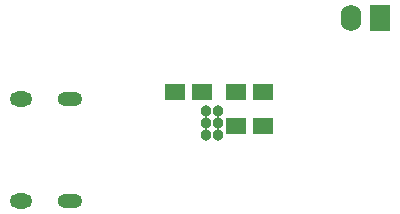
<source format=gbs>
G04*
G04 #@! TF.GenerationSoftware,Altium Limited,Altium Designer,20.2.6 (244)*
G04*
G04 Layer_Color=16711935*
%FSLAX25Y25*%
%MOIN*%
G70*
G04*
G04 #@! TF.SameCoordinates,3D68E59D-D58F-4EE4-A00C-4EB088E58223*
G04*
G04*
G04 #@! TF.FilePolarity,Negative*
G04*
G01*
G75*
%ADD40O,0.08268X0.04725*%
%ADD41O,0.07480X0.05118*%
%ADD42R,0.06800X0.08800*%
%ADD43O,0.06800X0.08800*%
%ADD44C,0.03800*%
%ADD63R,0.06800X0.05800*%
D40*
X186186Y334028D02*
D03*
Y299973D02*
D03*
D41*
X169650Y334028D02*
D03*
Y299973D02*
D03*
D42*
X289500Y361000D02*
D03*
D43*
X279657D02*
D03*
D44*
X235500Y322000D02*
D03*
X231500D02*
D03*
X235500Y326000D02*
D03*
X231500D02*
D03*
X235500Y330000D02*
D03*
X231500D02*
D03*
D63*
X221000Y336500D02*
D03*
X230000D02*
D03*
X241500D02*
D03*
X250500D02*
D03*
X241500Y325000D02*
D03*
X250500D02*
D03*
M02*

</source>
